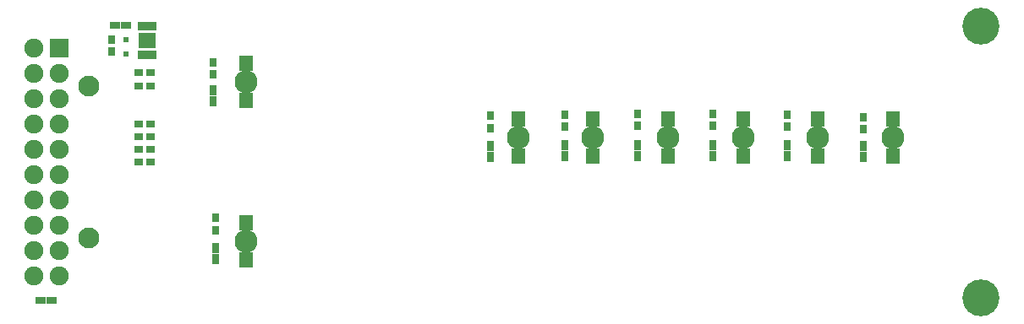
<source format=gbs>
G04 Layer_Color=16711935*
%FSLAX43Y43*%
%MOMM*%
G71*
G01*
G75*
%ADD30C,3.700*%
%ADD31C,2.100*%
%ADD32C,1.900*%
%ADD33R,1.900X1.900*%
%ADD34C,2.300*%
%ADD35R,1.950X0.850*%
%ADD36R,0.750X0.900*%
%ADD37R,0.900X0.750*%
%ADD38R,0.700X1.000*%
%ADD39R,1.000X0.700*%
%ADD40R,1.350X1.500*%
%ADD41R,0.500X0.500*%
%ADD42R,0.450X0.850*%
%ADD43R,1.750X1.550*%
D30*
X97650Y29650D02*
D03*
X97650Y2350D02*
D03*
D31*
X8264Y8378D02*
D03*
Y23618D02*
D03*
D32*
X2794Y27428D02*
D03*
X5334Y22348D02*
D03*
X2794D02*
D03*
Y24888D02*
D03*
X5334D02*
D03*
X2794Y4568D02*
D03*
Y7108D02*
D03*
X5334D02*
D03*
X2794Y14728D02*
D03*
X5334Y12188D02*
D03*
X2794D02*
D03*
Y9648D02*
D03*
X5334Y14728D02*
D03*
Y9648D02*
D03*
Y17268D02*
D03*
X2794Y19808D02*
D03*
X5334D02*
D03*
X2794Y17268D02*
D03*
X5334Y4568D02*
D03*
D33*
Y27428D02*
D03*
D34*
X81285Y18457D02*
D03*
X73785D02*
D03*
X66285D02*
D03*
X24000Y24000D02*
D03*
X58785Y18457D02*
D03*
X24000Y8000D02*
D03*
X51285Y18457D02*
D03*
X88785D02*
D03*
D35*
X14096Y26717D02*
D03*
X14097Y29615D02*
D03*
D36*
X21006Y10354D02*
D03*
Y9154D02*
D03*
X55985Y20707D02*
D03*
X55985Y19507D02*
D03*
X20777Y25975D02*
D03*
Y24775D02*
D03*
X63235Y20807D02*
D03*
Y19607D02*
D03*
X70785Y20807D02*
D03*
Y19607D02*
D03*
X78235Y20757D02*
D03*
Y19557D02*
D03*
X10566Y28259D02*
D03*
X10566Y27059D02*
D03*
X85835Y19307D02*
D03*
Y20507D02*
D03*
X48485Y20607D02*
D03*
Y19407D02*
D03*
D37*
X14494Y15951D02*
D03*
X13294D02*
D03*
X13268Y24915D02*
D03*
X14468D02*
D03*
X13294Y19810D02*
D03*
X14494D02*
D03*
X13294Y17245D02*
D03*
X14494D02*
D03*
X13294Y18515D02*
D03*
X14494D02*
D03*
X13268Y23595D02*
D03*
X14468D02*
D03*
D38*
X21006Y6232D02*
D03*
Y7332D02*
D03*
X55985Y16607D02*
D03*
Y17707D02*
D03*
X20777Y22081D02*
D03*
Y23181D02*
D03*
X63200Y16598D02*
D03*
Y17698D02*
D03*
X85835Y17607D02*
D03*
Y16507D02*
D03*
X78224Y17642D02*
D03*
Y16542D02*
D03*
X70800Y17648D02*
D03*
Y16548D02*
D03*
X48485Y16507D02*
D03*
Y17607D02*
D03*
D39*
X10880Y29716D02*
D03*
X11980Y29716D02*
D03*
X4538Y2132D02*
D03*
X3438D02*
D03*
D40*
X81285Y20307D02*
D03*
X81285Y16607D02*
D03*
X73785Y20307D02*
D03*
Y16607D02*
D03*
X66285Y20307D02*
D03*
Y16607D02*
D03*
X24000Y25850D02*
D03*
Y22150D02*
D03*
X58785Y20307D02*
D03*
Y16607D02*
D03*
X24000Y9850D02*
D03*
Y6150D02*
D03*
X51285Y20307D02*
D03*
X51285Y16607D02*
D03*
X88785D02*
D03*
X88785Y20307D02*
D03*
D41*
X11979Y26831D02*
D03*
Y28231D02*
D03*
D42*
X13347Y26717D02*
D03*
X13847Y26717D02*
D03*
X14347Y26717D02*
D03*
X14847D02*
D03*
Y29617D02*
D03*
X14347Y29617D02*
D03*
X13847D02*
D03*
X13347D02*
D03*
D43*
X14097Y28167D02*
D03*
M02*

</source>
